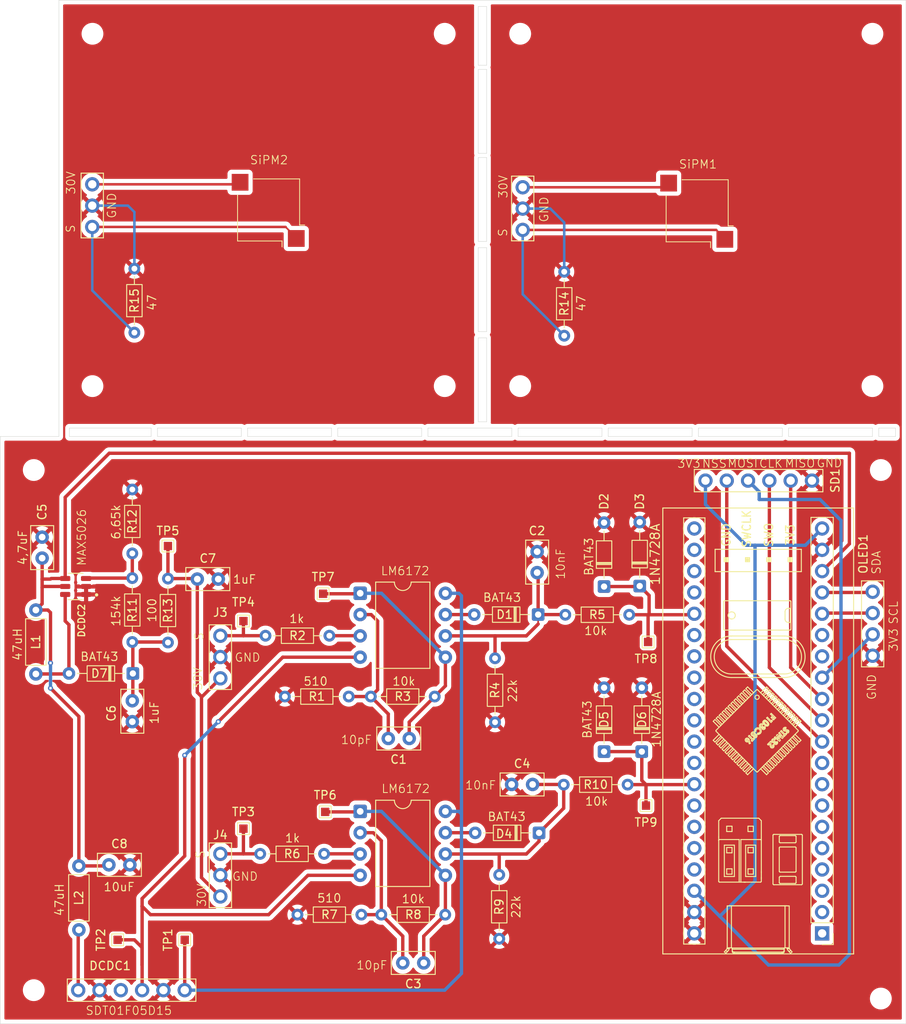
<source format=kicad_pcb>
(kicad_pcb (version 20241229) (generator "pcbnew") (generator_version "9.0")
  (layers (0 "F.Cu" signal) (2 "B.Cu" signal) (13 "F.Paste" user) (15 "B.Paste" user) (5 "F.SilkS" user "F.Silkscreen") (7 "B.SilkS" user "B.Silkscreen") (1 "F.Mask" user) (3 "B.Mask" user) (25 "Edge.Cuts" user))
  (net 0 "")
  (net 1 "Net-(D1-K)")
  (net 2 "Net-(D1-A)")
  (net 3 "GND")
  (net 4 "ADC1")
  (net 5 "Net-(D4-A)")
  (net 6 "Net-(D4-K)")
  (net 7 "ADC2")
  (net 8 "Net-(U1B-+)")
  (net 9 "Net-(U1A--)")
  (net 10 "Net-(U2A--)")
  (net 11 "Net-(U2B-+)")
  (net 12 "Net-(U1A-+)")
  (net 13 "+5V")
  (net 14 "Net-(U2A-+)")
  (net 15 "-15V")
  (net 16 "+15V")
  (net 17 "Net-(D7-A)")
  (net 18 "Net-(D7-K)")
  (net 19 "+30V")
  (net 20 "Net-(DCDC1-VCC)")
  (net 21 "Net-(J1-Pin_1)")
  (net 22 "Net-(J1-Pin_3)")
  (net 23 "Net-(J2-Pin_1)")
  (net 24 "Net-(J2-Pin_3)")
  (net 25 "Net-(J3-Pin_1)")
  (net 26 "Net-(J4-Pin_1)")
  (net 27 "+3V3")
  (net 28 "SDA")
  (net 29 "SCL")
  (net 30 "Net-(DCDC2-FB)")
  (net 31 "MOSI")
  (net 32 "NSS")
  (net 33 "CLK")
  (net 34 "MISO")
  (footprint "Custom:PinSocket_1x03_P2.54mm_Vertical_NoGND" (layer "F.Cu") (at 84.25 126.75)
    (property "Reference" "J3")
    (property "Value" "Conn_01x03_Socket" (hide yes))
  )
  (footprint "Capacitor_THT:C_Disc_D5.0mm_W2.5mm_P2.50mm" (layer "F.Cu") (at 81.5 120)
    (property "Reference" "C7")
    (property "Value" "1uF" (hide yes))
  )
  (footprint "MountingHole:MountingHole_2.1mm" (layer "F.Cu") (at 162 97)
    (property "Reference" "REF**" (hide yes))
    (property "Value" "MountingHole_2.1mm" (hide yes))
  )
  (footprint "Capacitor_THT:C_Disc_D5.0mm_W2.5mm_P2.50mm" (layer "F.Cu") (at 70.96 154.06)
    (property "Reference" "C8")
    (property "Value" "10 uF" (hide yes))
  )
  (footprint "MountingHole:MountingHole_2.1mm" (layer "F.Cu") (at 111 97)
    (property "Reference" "REF**" (hide yes))
    (property "Value" "MountingHole_2.1mm" (hide yes))
  )
  (footprint "Custom:MAX5026EU-T" (layer "F.Cu") (at 66.995 120.88 180)
    (property "Reference" "DCDC2")
    (property "Value" "MAX5026EUT_T" (hide yes))
  )
  (footprint "TestPoint:TestPoint_Pad_1.0x1.0mm" (layer "F.Cu") (at 72 163 90)
    (property "Reference" "TP2")
    (property "Value" "TestPoint" (hide yes))
  )
  (footprint "MountingHole:MountingHole_2.1mm" (layer "F.Cu") (at 162 55)
    (property "Reference" "REF**" (hide yes))
    (property "Value" "MountingHole_2.1mm" (hide yes))
  )
  (footprint "MountingHole:MountingHole_2.1mm" (layer "F.Cu") (at 120 97)
    (property "Reference" "REF**" (hide yes))
    (property "Value" "MountingHole_2.1mm" (hide yes))
  )
  (footprint "Capacitor_THT:C_Disc_D5.0mm_W2.5mm_P2.50mm" (layer "F.Cu") (at 73.75 134.5 -90)
    (property "Reference" "C6")
    (property "Value" "1 uF" (hide yes))
  )
  (footprint "Diode_THT:D_DO-34_SOD68_P7.62mm_Horizontal" (layer "F.Cu") (at 134.25 120.83 90)
    (property "Reference" "D3")
    (property "Value" "1N4728A" (hide yes))
  )
  (footprint "Resistor_THT:R_Axial_DIN0204_L3.6mm_D1.6mm_P7.62mm_Horizontal" (layer "F.Cu") (at 99.56 134 180)
    (property "Reference" "R1")
    (property "Value" "510" (hide yes))
  )
  (footprint "Resistor_THT:R_Axial_DIN0204_L3.6mm_D1.6mm_P7.62mm_Horizontal" (layer "F.Cu") (at 117 129.44 -90)
    (property "Reference" "R4")
    (property "Value" "20k" (hide yes))
  )
  (footprint "MountingHole:MountingHole_2.1mm" (layer "F.Cu") (at 111 55)
    (property "Reference" "REF**" (hide yes))
    (property "Value" "MountingHole_2.1mm" (hide yes))
  )
  (footprint "Capacitor_THT:C_Disc_D5.0mm_W2.5mm_P2.50mm" (layer "F.Cu") (at 104.271144 139)
    (property "Reference" "C1")
    (property "Value" "10pF" (hide yes))
  )
  (footprint "Custom:PinSocket_1x03_P2.54mm_Vertical_NoGND" (layer "F.Cu") (at 120.3 78.38 180)
    (property "Reference" "J1" (hide yes))
    (property "Value" "SiPM1 Connector" (hide yes))
  )
  (footprint "Resistor_THT:R_Axial_DIN0204_L3.6mm_D1.6mm_P7.62mm_Horizontal" (layer "F.Cu") (at 117.5 155.25 -90)
    (property "Reference" "R9")
    (property "Value" "20k" (hide yes))
  )
  (footprint "Diode_THT:D_DO-34_SOD68_P7.62mm_Horizontal" (layer "F.Cu") (at 122.14 124.23 180)
    (property "Reference" "D1")
    (property "Value" "BAT43" (hide yes))
  )
  (footprint "TestPoint:TestPoint_Pad_1.0x1.0mm" (layer "F.Cu") (at 87 149.75)
    (property "Reference" "TP3")
    (property "Value" "TestPoint" (hide yes))
  )
  (footprint "Capacitor_THT:C_Disc_D5.0mm_W2.5mm_P2.50mm" (layer "F.Cu") (at 121.478856 144.478856 180)
    (property "Reference" "C4")
    (property "Value" "10nF" (hide yes))
  )
  (footprint "TestPoint:TestPoint_Pad_1.0x1.0mm" (layer "F.Cu") (at 96.5 121.75)
    (property "Reference" "TP7")
    (property "Value" "TestPoint" (hide yes))
  )
  (footprint "MountingHole:MountingHole_2.1mm" (layer "F.Cu") (at 62 107)
    (property "Reference" "REF**" (hide yes))
    (property "Value" "MountingHole_2.1mm" (hide yes))
  )
  (footprint "Capacitor_THT:C_Disc_D5.0mm_W2.5mm_P2.50mm" (layer "F.Cu") (at 106 165.75)
    (property "Reference" "C3")
    (property "Value" "10pF" (hide yes))
  )
  (footprint "MountingHole:MountingHole_2.1mm" (layer "F.Cu") (at 163 170)
    (property "Reference" "REF**" (hide yes))
    (property "Value" "MountingHole_2.1mm" (hide yes))
  )
  (footprint "TestPoint:TestPoint_Pad_1.0x1.0mm" (layer "F.Cu") (at 80 163 90)
    (property "Reference" "TP1")
    (property "Value" "TestPoint" (hide yes))
  )
  (footprint "Custom:1x04 NoGND" (layer "F.Cu") (at 162.025 121.51274)
    (property "Reference" "OLED1")
    (property "Value" "SSH1106" (hide yes))
  )
  (footprint "TestPoint:TestPoint_Pad_1.0x1.0mm" (layer "F.Cu") (at 78 116.06 180)
    (property "Reference" "TP5")
    (property "Value" "TestPoint" (hide yes))
  )
  (footprint "Inductor_THT:L_Axial_L5.3mm_D2.2mm_P7.62mm_Horizontal_Vishay_IM-1" (layer "F.Cu") (at 67.38 161.81 90)
    (property "Reference" "L2")
    (property "Value" "47 uH" (hide yes))
  )
  (footprint "TestPoint:TestPoint_Pad_1.0x1.0mm" (layer "F.Cu") (at 135.25 127.5)
    (property "Reference" "TP8")
    (property "Value" "TestPoint" (hide yes))
  )
  (footprint "TestPoint:TestPoint_Pad_1.0x1.0mm" (layer "F.Cu") (at 87 125)
    (property "Reference" "TP4")
    (property "Value" "TestPoint" (hide yes))
  )
  (footprint "MountingHole:MountingHole_2.1mm" (layer "F.Cu") (at 163 107)
    (property "Reference" "REF**" (hide yes))
    (property "Value" "MountingHole_2.1mm" (hide yes))
  )
  (footprint "Package_DIP:DIP-8_W10.16mm" (layer "F.Cu") (at 100.92 121.69)
    (property "Reference" "U1" (hide yes))
    (property "Value" "LM6172" (hide yes))
  )
  (footprint "Resistor_THT:R_Axial_DIN0204_L3.6mm_D1.6mm_P7.62mm_Horizontal" (layer "F.Cu") (at 74 90.62 90)
    (property "Reference" "R15")
    (property "Value" "50" (hide yes))
  )
  (footprint "Custom:BluePill" (layer "F.Cu") (at 156 162.23224 180)
    (property "Reference" "U3" (hide yes))
    (property "Value" "YAAJ_BluePill" (hide yes))
  )
  (footprint "Diode_THT:D_DO-34_SOD68_P7.62mm_Horizontal" (layer "F.Cu") (at 130 120.89 90)
    (property "Reference" "D2")
    (property "Value" "BAT43" (hide yes))
  )
  (footprint "Custom:SiPM3" (layer "F.Cu") (at 79.9 87)
    (property "Reference" "SiPM2")
    (property "Value" "MicroFC-60035-SMT")
  )
  (footprint "Diode_THT:D_DO-34_SOD68_P7.62mm_Horizontal" (layer "F.Cu") (at 130 140.565 90)
    (property "Reference" "D5")
    (property "Value" "BAT43" (hide yes))
  )
  (footprint "Resistor_THT:R_Axial_DIN0204_L3.6mm_D1.6mm_P7.62mm_Horizontal" (layer "F.Cu") (at 102.19 134)
    (property "Reference" "R3")
    (property "Value" "10k" (hide yes))
  )
  (footprint "Package_DIP:DIP-8_W10.16mm" (layer "F.Cu") (at 100.92 147.69)
    (property "Reference" "U2" (hide yes))
    (property "Value" "LM6172" (hide yes))
  )
  (footprint "Custom:1x6 NoGND" (layer "F.Cu") (at 154.79 108.26274 -90)
    (property "Reference" "SD1")
    (property "Value" "SDBrOut" (hide yes))
  )
  (footprint "Resistor_THT:R_Axial_DIN0204_L3.6mm_D1.6mm_P7.62mm_Horizontal" (layer "F.Cu") (at 89 152.75)
    (property "Reference" "R6")
    (property "Value" "1k" (hide yes))
  )
  (footprint "Resistor_THT:R_Axial_DIN0204_L3.6mm_D1.6mm_P7.62mm_Horizontal" (layer "F.Cu") (at 125.25 90.99 90)
    (property "Reference" "R14")
    (property "Value" "50" (hide yes))
  )
  (footprint "Resistor_THT:R_Axial_DIN0204_L3.6mm_D1.6mm_P7.62mm_Horizontal" (layer "F.Cu") (at 73.75 127.5 90)
    (property "Reference" "R11")
    (property "Value" "154k" (hide yes))
  )
  (footprint "MountingHole:MountingHole_2.1mm" (layer "F.Cu") (at 62 169)
    (property "Reference" "REF**" (hide yes))
    (property "Value" "MountingHole_2.1mm" (hide yes))
  )
  (footprint "TestPoint:TestPoint_Pad_1.0x1.0mm" (layer "F.Cu") (at 135 147)
    (property "Reference" "TP9")
    (property "Value" "TestPoint" (hide yes))
  )
  (footprint "Custom:PinSocket_1x03_P2.54mm_Vertical_NoGND" (layer "F.Cu") (at 68.975 78.025 180)
    (property "Reference" "J2" (hide yes))
    (property "Value" "SiPM2 Connector" (hide yes))
  )
  (footprint "TestPoint:TestPoint_Pad_1.0x1.0mm" (layer "F.Cu") (at 96.75 147.75)
    (property "Reference" "TP6")
    (property "Value" "TestPoint" (hide yes))
  )
  (footprint "Custom:SiPM3" (layer "F.Cu") (at 131 87.1)
    (property "Reference" "SiPM1")
    (property "Value" "MicroFC-60035-SMT")
  )
  (footprint "Diode_THT:D_DO-34_SOD68_P7.62mm_Horizontal" (layer "F.Cu") (at 73.815 131.25 180)
    (property "Reference" "D7")
    (property "Value" "BAT43" (hide yes))
  )
  (footprint "Diode_THT:D_DO-34_SOD68_P7.62mm_Horizontal" (layer "F.Cu") (at 134.5 140.565 90)
    (property "Reference" "D6")
    (property "Value" "1N4728A" (hide yes))
  )
  (footprint "Custom:PinSocket_1x03_P2.54mm_Vertical_NoGND" (layer "F.Cu") (at 84.25 152.75)
    (property "Reference" "J4")
    (property "Value" "Conn_01x03_Socket" (hide yes))
  )
  (footprint "Diode_THT:D_DO-34_SOD68_P7.62mm_Horizontal" (layer "F.Cu") (at 122.25 150.25 180)
    (property "Reference" "D4")
    (property "Value" "BAT43" (hide yes))
  )
  (footprint "MountingHole:MountingHole_2.1mm" (layer "F.Cu") (at 69 97)
    (property "Reference" "REF**" (hide yes))
    (property "Value" "MountingHole_2.1mm" (hide yes))
  )
  (footprint "Resistor_THT:R_Axial_DIN0204_L3.6mm_D1.6mm_P7.62mm_Horizontal" (layer "F.Cu") (at 125.19 144.5)
    (property "Reference" "R10")
    (property "Value" "10k" (hide yes))
  )
  (footprint "Capacitor_THT:C_Disc_D5.0mm_W2.5mm_P2.50mm" (layer "F.Cu") (at 63 117.5 90)
    (property "Reference" "C5")
    (property "Value" "4,7 uF" (hide yes))
  )
  (footprint "Inductor_THT:L_Axial_L5.3mm_D2.2mm_P7.62mm_Horizontal_Vishay_IM-1" (layer "F.Cu") (at 62.25 123.69 -90)
    (property "Reference" "L1")
    (property "Value" "47uH" (hide yes))
  )
  (footprint "Resistor_THT:R_Axial_DIN0204_L3.6mm_D1.6mm_P7.62mm_Horizontal" (layer "F.Cu") (at 125.38 124.25)
    (property "Reference" "R5")
    (property "Value" "10k" (hide yes))
  )
  (footprint "Resistor_THT:R_Axial_DIN0204_L3.6mm_D1.6mm_P7.62mm_Horizontal" (layer "F.Cu") (at 78 119.94 -90)
    (property "Reference" "R13")
    (property "Value" "100" (hide yes))
  )
  (footprint "Capacitor_THT:C_Disc_D5.0mm_W2.5mm_P2.50mm" (layer "F.Cu") (at 122.021144 119.228856 90)
    (property "Reference" "C2")
    (property "Value" "10nF" (hide yes))
  )
  (footprint "Custom:1x6 NoGND" (layer "F.Cu") (at 67.3 169 90)
    (property "Reference" "DCDC1")
    (property "Value" "SDT01F05D15" (hide yes))
  )
  (footprint "MountingHole:MountingHole_2.1mm" (layer "F.Cu") (at 69 55)
    (property "Reference" "REF**" (hide yes))
    (property "Value" "MountingHole_2.1mm" (hide yes))
  )
  (footprint "Resistor_THT:R_Axial_DIN0204_L3.6mm_D1.6mm_P7.62mm_Horizontal" (layer "F.Cu") (at 89.63 126.75)
    (property "Reference" "R2")
    (property "Value" "1k" (hide yes))
  )
  (footprint "Resistor_THT:R_Axial_DIN0204_L3.6mm_D1.6mm_P7.62mm_Horizontal" (layer "F.Cu") (at 101.06 160 180)
    (property "Reference" "R7")
    (property "Value" "510" (hide yes))
  )
  (footprint "Resistor_THT:R_Axial_DIN0204_L3.6mm_D1.6mm_P7.62mm_Horizontal" (layer "F.Cu") (at 73.75 116.94 90)
    (property "Reference" "R12")
    (property "Value" "6,65k" (hide yes))
  )
  (footprint "Resistor_THT:R_Axial_DIN0204_L3.6mm_D1.6mm_P7.62mm_Horizontal" (layer "F.Cu") (at 103.44 160)
    (property "Reference" "R8")
    (property "Value" "10k" (hide yes))
  )
  (footprint "MountingHole:MountingHole_2.1mm" (layer "F.Cu") (at 120 55)
    (property "Reference" "REF**" (hide yes))
    (property "Value" "MountingHole_2.1mm" (hide yes))
  )
  (gr_line (start 162.75 102) (end 164.75 102) (stroke (width 0.05)) (layer "Edge.Cuts"))
  (gr_line (start 116 90.5) (end 116 80.5) (stroke (width 0.05)) (layer "Edge.Cuts"))
  (gr_line (start 116 69.25) (end 116 59.25) (stroke (width 0.05)) (layer "Edge.Cuts"))
  (gr_line (start 130.5 102) (end 140.5 102) (stroke (width 0.05)) (layer "Edge.Cuts"))
  (gr_line (start 66.25 102) (end 66.25 103) (stroke (width 0.05)) (layer "Edge.Cuts"))
  (gr_line (start 76.75 102) (end 76.75 103) (stroke (width 0.05)) (layer "Edge.Cuts"))
  (gr_line (start 116 58.75) (end 116 51.75) (stroke (width 0.05)) (layer "Edge.Cuts"))
  (gr_line (start 87.5 103) (end 97.5 103) (stroke (width 0.05)) (layer "Edge.Cuts"))
  (gr_line (start 162.75 103) (end 164.75 103) (stroke (width 0.05)) (layer "Edge.Cuts"))
  (gr_line (start 108.25 103) (end 108.25 102) (stroke (width 0.05)) (layer "Edge.Cuts"))
  (gr_line (start 151.25 103) (end 151.25 102) (stroke (width 0.05)) (layer "Edge.Cuts"))
  (gr_line (start 115 58.75) (end 116 58.75) (stroke (width 0.05)) (layer "Edge.Cuts"))
  (gr_line (start 141.25 102) (end 151.25 102) (stroke (width 0.05)) (layer "Edge.Cuts"))
  (gr_line (start 152 102) (end 162 102) (stroke (width 0.05)) (layer "Edge.Cuts"))
  (gr_line (start 109 102) (end 119 102) (stroke (width 0.05)) (layer "Edge.Cuts"))
  (gr_line (start 166 51) (end 166 103) (stroke (width 0.05)) (layer "Edge.Cuts"))
  (gr_line (start 65 103) (end 65 51) (stroke (width 0.05)) (layer "Edge.Cuts"))
  (gr_line (start 115 69.25) (end 116 69.25) (stroke (width 0.05)) (layer "Edge.Cuts"))
  (gr_line (start 76.75 103) (end 86.75 103) (stroke (width 0.05)) (layer "Edge.Cuts"))
  (gr_line (start 116 79.75) (end 116 69.75) (stroke (width 0.05)) (layer "Edge.Cuts"))
  (gr_line (start 129.75 103) (end 129.75 102) (stroke (width 0.05)) (layer "Edge.Cuts"))
  (gr_line (start 130.5 102) (end 130.5 103) (stroke (width 0.05)) (layer "Edge.Cuts"))
  (gr_line (start 119.75 103) (end 129.75 103) (stroke (width 0.05)) (layer "Edge.Cuts"))
  (gr_line (start 66.25 103) (end 76 103) (stroke (width 0.05)) (layer "Edge.Cuts"))
  (gr_line (start 166 173) (end 166 103) (stroke (width 0.05)) (layer "Edge.Cuts"))
  (gr_line (start 140.5 103) (end 140.5 102) (stroke (width 0.05)) (layer "Edge.Cuts"))
  (gr_line (start 162.75 102) (end 162.75 103) (stroke (width 0.05)) (layer "Edge.Cuts"))
  (gr_line (start 115 79.75) (end 115 69.75) (stroke (width 0.05)) (layer "Edge.Cuts"))
  (gr_line (start 116 91.25) (end 116 101.25) (stroke (width 0.05)) (layer "Edge.Cuts"))
  (gr_line (start 76.75 102) (end 86.75 102) (stroke (width 0.05)) (layer "Edge.Cuts"))
  (gr_line (start 109 103) (end 119 103) (stroke (width 0.05)) (layer "Edge.Cuts"))
  (gr_line (start 152 103) (end 162 103) (stroke (width 0.05)) (layer "Edge.Cuts"))
  (gr_line (start 130.5 103) (end 140.5 103) (stroke (width 0.05)) (layer "Edge.Cuts"))
  (gr_line (start 109 102) (end 109 103) (stroke (width 0.05)) (layer "Edge.Cuts"))
  (gr_line (start 116 91.25) (end 115 91.25) (stroke (width 0.05)) (layer "Edge.Cuts"))
  (gr_line (start 115 101.25) (end 116 101.25) (stroke (width 0.05)) (layer "Edge.Cuts"))
  (gr_line (start 164.75 103) (end 164.75 102) (stroke (width 0.05)) (layer "Edge.Cuts"))
  (gr_line (start 97.5 103) (end 97.5 102) (stroke (width 0.05)) (layer "Edge.Cuts"))
  (gr_line (start 162 103) (end 162 102) (stroke (width 0.05)) (layer "Edge.Cuts"))
  (gr_line (start 119.75 102) (end 129.75 102) (stroke (width 0.05)) (layer "Edge.Cuts"))
  (gr_line (start 116 51.75) (end 115 51.75) (stroke (width 0.05)) (layer "Edge.Cuts"))
  (gr_line (start 58 103) (end 58 173) (stroke (width 0.05)) (layer "Edge.Cuts"))
  (gr_line (start 86.75 103) (end 86.75 102) (stroke (width 0.05)) (layer "Edge.Cuts"))
  (gr_line (start 141.25 102) (end 141.25 103) (stroke (width 0.05)) (layer "Edge.Cuts"))
  (gr_line (start 65 51) (end 166 51) (stroke (width 0.05)) (layer "Edge.Cuts"))
  (gr_line (start 115 79.75) (end 116 79.75) (stroke (width 0.05)) (layer "Edge.Cuts"))
  (gr_line (start 58 103) (end 65 103) (stroke (width 0.05)) (layer "Edge.Cuts"))
  (gr_line (start 116 59.25) (end 115 59.25) (stroke (width 0.05)) (layer "Edge.Cuts"))
  (gr_line (start 115 90.5) (end 116 90.5) (stroke (width 0.05)) (layer "Edge.Cuts"))
  (gr_line (start 115 58.75) (end 115 51.75) (stroke (width 0.05)) (layer "Edge.Cuts"))
  (gr_line (start 98.25 102) (end 98.25 103) (stroke (width 0.05)) (layer "Edge.Cuts"))
  (gr_line (start 115 91.25) (end 115 101.25) (stroke (width 0.05)) (layer "Edge.Cuts"))
  (gr_line (start 98.25 102) (end 108.25 102) (stroke (width 0.05)) (layer "Edge.Cuts"))
  (gr_line (start 119.75 102) (end 119.75 103) (stroke (width 0.05)) (layer "Edge.Cuts"))
  (gr_line (start 87.5 102) (end 87.5 103) (stroke (width 0.05)) (layer "Edge.Cuts"))
  (gr_line (start 58 173) (end 166 173) (stroke (width 0.05)) (layer "Edge.Cuts"))
  (gr_line (start 87.5 102) (end 97.5 102) (stroke (width 0.05)) (layer "Edge.Cuts"))
  (gr_line (start 116 69.75) (end 115 69.75) (stroke (width 0.05)) (layer "Edge.Cuts"))
  (gr_line (start 76 103) (end 76 102) (stroke (width 0.05)) (layer "Edge.Cuts"))
  (gr_line (start 141.25 103) (end 151.25 103) (stroke (width 0.05)) (layer "Edge.Cuts"))
  (gr_line (start 66.25 102) (end 76 102) (stroke (width 0.05)) (layer "Edge.Cuts"))
  (gr_line (start 152 102) (end 152 103) (stroke (width 0.05)) (layer "Edge.Cuts"))
  (gr_line (start 119 103) (end 119 102) (stroke (width 0.05)) (layer "Edge.Cuts"))
  (gr_line (start 98.25 103) (end 108.25 103) (stroke (width 0.05)) (layer "Edge.Cuts"))
  (gr_line (start 116 80.5) (end 115 80.5) (stroke (width 0.05)) (layer "Edge.Cuts"))
  (gr_line (start 115 69.25) (end 115 59.25) (stroke (width 0.05)) (layer "Edge.Cuts"))
  (gr_line (start 115 90.5) (end 115 80.5) (stroke (width 0.05)) (layer "Edge.Cuts"))
  (gr_text "154k" (at 71.81 123.81 90) (layer "F.SilkS") (effects (font (size 1 1))))
  (gr_text "100" (at 76.1 123.71 90) (layer "F.SilkS") (effects (font (size 1 1))))
  (gr_text "1uF" (at 87.13 120.03 0) (layer "F.SilkS") (effects (font (size 1 1))))
  (gr_text "SDA" (at 163.05 119.5 90) (layer "F.SilkS") (effects (font (size 1 1) (thickness 0.1)) (justify left bottom)))
  (gr_text "GND" (at 155.28 106.75 0) (layer "F.SilkS") (effects (font (size 1 1) (thickness 0.1)) (justify left bottom)))
  (gr_text "1k" (at 93.36 124.73 0) (layer "F.SilkS") (effects (font (size 1 1))))
  (gr_text "3V3" (at 138.67 106.81 0) (layer "F.SilkS") (effects (font (size 1 1) (thickness 0.1)) (justify left bottom)))
  (gr_text "10uF" (at 72.18 156.7 0) (layer "F.SilkS") (effects (font (size 1 1))))
  (gr_text "10nF" (at 125.4 120.09 90) (layer "F.SilkS") (effects (font (size 1 1) (thickness 0.1)) (justify left bottom)))
  (gr_text "10pF" (at 98.57 139.74 0) (layer "F.SilkS") (effects (font (size 1 1) (thickness 0.1)) (justify left bottom)))
  (gr_text "47uH" (at 60.07 127.79 90) (layer "F.SilkS") (effects (font (size 1 1))))
  (gr_text "BAT43" (at 117.84 122.2 0) (layer "F.SilkS") (effects (font (size 1 1))))
  (gr_text "1k" (at 92.85 150.88 0) (layer "F.SilkS") (effects (font (size 1 1))))
  (gr_text "10k" (at 129.11 146.49 0) (layer "F.SilkS") (effects (font (size 1 1))))
  (gr_text "LM6172" (at 103.33 119.61 0) (layer "F.SilkS") (effects (font (size 1 1) (thickness 0.1)) (justify left bottom)))
  (gr_text "BAT43" (at 118.39 148.32 0) (layer "F.SilkS") (effects (font (size 1 1))))
  (gr_text "GND" (at 123.43 77.53 90) (layer "F.SilkS") (effects (font (size 1 1) (thickness 0.1)) (justify left bottom)))
  (gr_text "3V3" (at 165.1 128.7 90) (layer "F.SilkS") (effects (font (size 1 1) (thickness 0.1)) (justify left bottom)))
  (gr_text "NSS" (at 141.62 106.81 0) (layer "F.SilkS") (effects (font (size 1 1) (thickness 0.1)) (justify left bottom)))
  (gr_text "510" (at 97.24 158.03 0) (layer "F.SilkS") (effects (font (size 1 1))))
  (gr_text "GND" (at 162.5 134.45 90) (layer "F.SilkS") (effects (font (size 1 1) (thickness 0.1)) (justify left bottom)))
  (gr_text "CLK" (at 148.425 106.8 0) (layer "F.SilkS") (effects (font (size 1 1) (thickness 0.1)) (justify left bottom)))
  (gr_text "BAT43" (at 128 136.74 90) (layer "F.SilkS") (effects (font (size 1 1))))
  (gr_text "LM6172" (at 103.4 145.57 0) (layer "F.SilkS") (effects (font (size 1 1) (thickness 0.1)) (justify left bottom)))
  (gr_text "10k" (at 129.01 126.16 0) (layer "F.SilkS") (effects (font (size 1 1))))
  (gr_text "47" (at 127.27 87.14 90) (layer "F.SilkS") (effects (font (size 1 1))))
  (gr_text "10nF" (at 113.38 145.16 0) (layer "F.SilkS") (effects (font (size 1 1) (thickness 0.1)) (justify left bottom)))
  (gr_text "1uF" (at 76.38 135.92 90) (layer "F.SilkS") (effects (font (size 1 1))))
  (gr_text "22k" (at 119.51 159.05 90) (layer "F.SilkS") (effects (font (size 1 1))))
  (gr_text "BAT43" (at 128.2 117.33 90) (layer "F.SilkS") (effects (font (size 1 1))))
  (gr_text "SCL" (at 165.1 125.45 90) (layer "F.SilkS") (effects (font (size 1 1) (thickness 0.1)) (justify left bottom)))
  (gr_text "510" (at 95.61 132.19 0) (layer "F.SilkS") (effects (font (size 1 1))))
  (gr_text "BAT43" (at 69.83 129.25 0) (layer "F.SilkS") (effects (font (size 1 1))))
  (gr_text "10pF" (at 100.41 166.61 0) (layer "F.SilkS") (effects (font (size 1 1) (thickness 0.1)) (justify left bottom)))
  (gr_text "30V" (at 82.16 133.32 90) (layer "F.SilkS") (effects (font (size 1 1) (thickness 0.1)) (justify left bottom)))
  (gr_text "GND" (at 71.89 77.07 90) (layer "F.SilkS") (effects (font (size 1 1) (thickness 0.1)) (justify left bottom)))
  (gr_text "S" (at 66.98 78.78 90) (layer "F.SilkS") (effects (font (size 1 1) (thickness 0.1)) (justify left bottom)))
  (gr_text "MOSI" (at 144.65 106.77 0) (layer "F.SilkS") (effects (font (size 1 1) (thickness 0.1)) (justify left bottom)))
  (gr_text "MAX5026" (at 68.3 118.48 90) (layer "F.SilkS") (effects (font (size 1 1) (thickness 0.1)) (justify left bottom)))
  (gr_text "1N4728A" (at 136.09 117.05 90) (layer "F.SilkS") (effects (font (size 1.1 1.1))))
  (gr_text "SDT01F05D15" (at 68.13 172.02 0) (layer "F.SilkS") (effects (font (size 1 1) (thickness 0.1)) (justify left bottom)))
  (gr_text "22k" (at 119.1 133.31 90) (layer "F.SilkS") (effects (font (size 1 1))))
  (gr_text "S" (at 118.52 79.24 90) (layer "F.SilkS") (effects (font (size 1 1) (thickness 0.1)) (justify left bottom)))
  (gr_text "MISO" (at 151.48 106.77 0) (layer "F.SilkS") (effects (font (size 1 1) (thickness 0.1)) (justify left bottom)))
  (gr_text "S" (at 82.3 127.36 90) (layer "F.SilkS") (effects (font (size 1 1) (thickness 0.1)) (justify left bottom)))
  (gr_text "1N4728A" (at 136.25 136.73 90) (layer "F.SilkS") (effects (font (size 1 1))))
  (gr_text "10k" (at 107.25 158.13 0) (layer "F.SilkS") (effects (font (size 1 1))))
  (gr_text "S" (at 82.45 153.37 90) (layer "F.SilkS") (effects (font (size 1 1) (thickness 0.1)) (justify left bottom)))
  (gr_text "30V" (at 118.56 74.68 90) (layer "F.SilkS") (effects (font (size 1 1) (thickness 0.1)) (justify left bottom)))
  (gr_text "30V" (at 67.02 74.22 90) (layer "F.SilkS") (effects (font (size 1 1) (thickness 0.1)) (justify left bottom)))
  (gr_text "GND" (at 85.61 156.03 0) (layer "F.SilkS") (effects (font (size 1 1) (thickness 0.1)) (justify left bottom)))
  (gr_text "4,7uF" (at 60.68 116.25 90) (layer "F.SilkS") (effects (font (size 1 1))))
  (gr_text "10k" (at 106.13 132.19 0) (layer "F.SilkS") (effects (font (size 1 1))))
  (gr_text "GND" (at 85.9 129.93 0) (layer "F.SilkS") (effects (font (size 1 1) (thickness 0.1)) (justify left bottom)))
  (gr_text "47uH" (at 65.07 158.23 90) (layer "F.SilkS") (effects (font (size 1 1))))
  (gr_text "6,65k" (at 71.81 113.19 90) (layer "F.SilkS") (effects (font (size 1 1))))
  (gr_text "47" (at 76.1 87.04 90) (layer "F.SilkS") (effects (font (size 1 1))))
  (gr_text "30V" (at 82.61 159.13 90) (layer "F.SilkS") (effects (font (size 1 1) (thickness 0.1)) (justify left bottom)))
  (segment (start 122.14 124.23) (end 122.14 119.347712) (width 0.4) (layer "F.Cu") (net 1))
  (segment (start 122.14 124.23) (end 122.14 125.36) (width 0.2) (layer "F.Cu") (net 1))
  (segment (start 120.73 126.77) (end 117 126.77) (width 0.4) (layer "F.Cu") (net 1))
  (segment (start 122.14 125.36) (end 120.73 126.77) (width 0.4) (layer "F.Cu") (net 1))
  (segment (start 122.14 119.347712) (end 122.021144 119.228856) (width 0.2) (layer "F.Cu") (net 1))
  (segment (start 122.14 124.23) (end 125.36 124.23) (width 0.4) (layer "F.Cu") (net 1))
  (segment (start 117 126.77) (end 111.08 126.77) (width 0.4) (layer "F.Cu") (net 1))
  (segment (start 125.36 124.23) (end 125.38 124.25) (width 0.2) (layer "F.Cu") (net 1))
  (segment (start 117 129.44) (end 117 126.77) (width 0.4) (layer "F.Cu") (net 1))
  (segment (start 111.08 124.23) (end 114.52 124.23) (width 0.4) (layer "F.Cu") (net 2))
  (segment (start 125.25 77.5) (end 125.25 83.37) (width 0.3) (layer "B.Cu") (net 3))
  (segment (start 123.59 75.84) (end 125.25 77.5) (width 0.3) (layer "B.Cu") (net 3))
  (segment (start 73.235 75.485) (end 74 76.25) (width 0.3) (layer "B.Cu") (net 3))
  (segment (start 68.975 75.485) (end 73.235 75.485) (width 0.3) (layer "B.Cu") (net 3))
  (segment (start 74 76.25) (end 74 83) (width 0.3) (layer "B.Cu") (net 3))
  (segment (start 120.3 75.84) (end 123.59 75.84) (width 0.3) (layer "B.Cu") (net 3))
  (segment (start 135.37 124.25) (end 140.64224 124.25) (width 0.4) (layer "F.Cu") (net 4))
  (segment (start 140.64224 124.25) (end 140.76 124.13224) (width 0.2) (layer "F.Cu") (net 4))
  (segment (start 135.25 127.5) (end 135.25 124.37) (width 0.4) (layer "F.Cu") (net 4))
  (segment (start 135.37 121.95) (end 134.25 120.83) (width 0.4) (layer "F.Cu") (net 4))
  (segment (start 134.19 120.89) (end 134.25 120.83) (width 0.2) (layer "F.Cu") (net 4))
  (segment (start 135.25 124.37) (end 135.31 124.31) (width 0.2) (layer "F.Cu") (net 4))
  (segment (start 135.37 124.25) (end 135.37 121.95) (width 0.4) (layer "F.Cu") (net 4))
  (segment (start 135.25 124.25) (end 135.31 124.31) (width 0.2) (layer "F.Cu") (net 4))
  (segment (start 130 120.89) (end 134.19 120.89) (width 0.4) (layer "F.Cu") (net 4))
  (segment (start 135.31 124.31) (end 135.37 124.25) (width 0.2) (layer "F.Cu") (net 4))
  (segment (start 133 124.25) (end 135.25 124.25) (width 0.4) (layer "F.Cu") (net 4))
  (segment (start 114.61 150.23) (end 114.63 150.25) (width 0.2) (layer "F.Cu") (net 5))
  (segment (start 111.08 150.23) (end 114.61 150.23) (width 0.4) (layer "F.Cu") (net 5))
  (segment (start 117.5 155.25) (end 117.5 152.77) (width 0.4) (layer "F.Cu") (net 6))
  (segment (start 111.08 152.77) (end 117.5 152.77) (width 0.4) (layer "F.Cu") (net 6))
  (segment (start 121.478856 144.478856) (end 125.168856 144.478856) (width 0.4) (layer "F.Cu") (net 6))
  (segment (start 125.19 144.5) (end 125.19 147.31) (width 0.4) (layer "F.Cu") (net 6))
  (segment (start 125.19 147.31) (end 122.25 150.25) (width 0.4) (layer "F.Cu") (net 6))
  (segment (start 122.25 151.25) (end 122.25 150.25) (width 0.4) (layer "F.Cu") (net 6))
  (segment (start 117.5 152.77) (end 120.73 152.77) (width 0.4) (layer "F.Cu") (net 6))
  (segment (start 125.168856 144.478856) (end 125.19 144.5) (width 0.2) (layer "F.Cu") (net 6))
  (segment (start 120.73 152.77) (end 122.25 151.25) (width 0.4) (layer "F.Cu") (net 6))
  (segment (start 135 147) (end 135 144.5) (width 0.4) (layer "F.Cu") (net 7))
  (segment (start 134.5 140.565) (end 134.5 144) (width 0.4) (layer "F.Cu") (net 7))
  (segment (start 130 140.565) (end 134.5 140.565) (width 0.4) (layer "F.Cu") (net 7))
  (segment (start 135 144.5) (end 140.71224 144.5) (width 0.4) (layer "F.Cu") (net 7))
  (segment (start 132.81 144.5) (end 135 144.5) (width 0.4) (layer "F.Cu") (net 7))
  (segment (start 134.5 144) (end 135 144.5) (width 0.4) (layer "F.Cu") (net 7))
  (segment (start 140.71224 144.5) (end 140.76 144.45224) (width 0.2) (layer "F.Cu") (net 7))
  (segment (start 100.86 121.75) (end 100.92 121.69) (width 0.2) (layer "F.Cu") (net 8))
  (segment (start 106.771144 139) (end 106.771144 137.038856) (width 0.4) (layer "F.Cu") (net 8))
  (segment (start 96.5 121.75) (end 100.86 121.75) (width 0.4) (layer "F.Cu") (net 8))
  (segment (start 111.08 132.73) (end 109.81 134) (width 0.4) (layer "F.Cu") (net 8))
  (segment (start 111.08 129.31) (end 111.08 132.73) (width 0.4) (layer "F.Cu") (net 8))
  (segment (start 106.771144 137.038856) (end 109.81 134) (width 0.4) (layer "F.Cu") (net 8))
  (segment (start 100.92 121.69) (end 103.46 121.69) (width 0.4) (layer "B.Cu") (net 8))
  (segment (start 103.46 121.69) (end 111.08 129.31) (width 0.4) (layer "B.Cu") (net 8))
  (segment (start 104.271144 139) (end 104.271144 136.081144) (width 0.4) (layer "F.Cu") (net 9))
  (segment (start 104.271144 136.081144) (end 102.19 134) (width 0.4) (layer "F.Cu") (net 9))
  (segment (start 100.92 124.23) (end 102.23 124.23) (width 0.4) (layer "F.Cu") (net 9))
  (segment (start 103 133.19) (end 102.19 134) (width 0.4) (layer "F.Cu") (net 9))
  (segment (start 103 125) (end 103 133.19) (width 0.4) (layer "F.Cu") (net 9))
  (segment (start 102.23 124.23) (end 103 125) (width 0.4) (layer "F.Cu") (net 9))
  (segment (start 99.56 134) (end 102.19 134) (width 0.4) (layer "F.Cu") (net 9))
  (segment (start 102.48 150.23) (end 103.44 151.19) (width 0.4) (layer "F.Cu") (net 10))
  (segment (start 103.44 151.19) (end 103.44 160) (width 0.4) (layer "F.Cu") (net 10))
  (segment (start 100.92 150.23) (end 102.48 150.23) (width 0.4) (layer "F.Cu") (net 10))
  (segment (start 106 162.56) (end 103.44 160) (width 0.4) (layer "F.Cu") (net 10))
  (segment (start 101.06 160) (end 103.44 160) (width 0.4) (layer "F.Cu") (net 10))
  (segment (start 106 165.75) (end 106 162.56) (width 0.4) (layer "F.Cu") (net 10))
  (segment (start 108.5 165.75) (end 108.5 162.56) (width 0.4) (layer "F.Cu") (net 11))
  (segment (start 108.5 162.56) (end 111.06 160) (width 0.4) (layer "F.Cu") (net 11))
  (segment (start 100.86 147.75) (end 100.92 147.69) (width 0.2) (layer "F.Cu") (net 11))
  (segment (start 96.75 147.75) (end 100.86 147.75) (width 0.4) (layer "F.Cu") (net 11))
  (segment (start 111.08 155.31) (end 111.08 159.98) (width 0.4) (layer "F.Cu") (net 11))
  (segment (start 111.08 159.98) (end 111.06 160) (width 0.2) (layer "F.Cu") (net 11))
  (segment (start 100.92 147.69) (end 103.46 147.69) (width 0.4) (layer "B.Cu") (net 11))
  (segment (start 103.46 147.69) (end 111.08 155.31) (width 0.4) (layer "B.Cu") (net 11))
  (segment (start 100.9 126.75) (end 100.92 126.77) (width 0.2) (layer "F.Cu") (net 12))
  (segment (start 97.25 126.75) (end 100.9 126.75) (width 0.4) (layer "F.Cu") (net 12))
  (segment (start 67.38 136.38) (end 67.38 154.19) (width 0.4) (layer "F.Cu") (net 13))
  (segment (start 64 133) (end 67.38 136.38) (width 0.4) (layer "F.Cu") (net 13))
  (segment (start 63 120) (end 64 120) (width 0.4) (layer "F.Cu") (net 13))
  (segment (start 64 120) (end 64.07 119.93) (width 0.2) (layer "F.Cu") (net 13))
  (segment (start 63 122.94) (end 62.25 123.69) (width 0.4) (layer "F.Cu") (net 13))
  (segment (start 156 119.05224) (end 159.25 115.80224) (width 0.4) (layer "F.Cu") (net 13))
  (segment (start 64 124) (end 64 130) (width 0.4) (layer "F.Cu") (net 13))
  (segment (start 71 105) (end 65.75 110.25) (width 0.4) (layer "F.Cu") (net 13))
  (segment (start 63 121) (end 63.12 120.88) (width 0.2) (layer "F.Cu") (net 13))
  (segment (start 64.07 119.93) (end 65.75 119.93) (width 0.4) (layer "F.Cu") (net 13))
  (segment (start 67.38 154.19) (end 70.83 154.19) (width 0.4) (layer "F.Cu") (net 13))
  (segment (start 63 120) (end 63 121) (width 0.4) (layer "F.Cu") (net 13))
  (segment (start 63.12 120.88) (end 65.75 120.88) (width 0.4) (layer "F.Cu") (net 13))
  (segment (start 63 117.5) (end 63 120) (width 0.4) (layer "F.Cu") (net 13))
  (segment (start 65.75 110.25) (end 65.75 119.93) (width 0.4) (layer "F.Cu") (net 13))
  (segment (start 159.25 105) (end 71 105) (width 0.4) (layer "F.Cu") (net 13))
  (segment (start 63.69 123.69) (end 64 124) (width 0.4) (layer "F.Cu") (net 13))
  (segment (start 62.25 123.69) (end 63.69 123.69) (width 0.4) (layer "F.Cu") (net 13))
  (segment (start 159.25 115.80224) (end 159.25 105) (width 0.4) (layer "F.Cu") (net 13))
  (segment (start 63 121) (end 63 122.94) (width 0.4) (layer "F.Cu") (net 13))
  (segment (start 70.83 154.19) (end 70.96 154.06) (width 0.2) (layer "F.Cu") (net 13))
  (via (at 64 133) (size 0.6) (drill 0.3) (layers "F.Cu" "B.Cu") (net 13))
  (via (at 64 130) (size 0.6) (drill 0.3) (layers "F.Cu" "B.Cu") (net 13))
  (segment (start 64 130) (end 64 133) (width 0.4) (layer "B.Cu") (net 13))
  (segment (start 100.9 152.75) (end 100.92 152.77) (width 0.2) (layer "F.Cu") (net 14))
  (segment (start 96.62 152.75) (end 100.9 152.75) (width 0.4) (layer "F.Cu") (net 14))
  (segment (start 74.92 163.92) (end 74 163) (width 0.4) (layer "F.Cu") (net 15))
  (segment (start 75.92 160) (end 74.92 159) (width 0.4) (layer "F.Cu") (net 15))
  (segment (start 100.92 155.31) (end 94.69 155.31) (width 0.4) (layer "F.Cu") (net 15))
  (segment (start 90 160) (end 75.92 160) (width 0.4) (layer "F.Cu") (net 15))
  (segment (start 80 153) (end 74.92 158.08) (width 0.4) (layer "F.Cu") (net 15))
  (segment (start 80 153) (end 80 141) (width 0.4) (layer "F.Cu") (net 15))
  (segment (start 74.92 159) (end 74.92 166) (width 0.4) (layer "F.Cu") (net 15))
  (segment (start 74.92 166) (end 74.92 169) (width 0.4) (layer "F.Cu") (net 15))
  (segment (start 74.92 166) (end 74.92 163.92) (width 0.4) (layer "F.Cu") (net 15))
  (segment (start 84 137) (end 91.69 129.31) (width 0.4) (layer "F.Cu") (net 15))
  (segment (start 74 163) (end 72 163) (width 0.4) (layer "F.Cu") (net 15))
  (segment (start 74.92 158.08) (end 74.92 159) (width 0.4) (layer "F.Cu") (net 15))
  (segment (start 94.69 155.31) (end 90 160) (width 0.4) (layer "F.Cu") (net 15))
  (segment (start 91.69 129.31) (end 100.92 129.31) (width 0.4) (layer "F.Cu") (net 15))
  (via (at 80 141) (size 0.6) (drill 0.3) (layers "F.Cu" "B.Cu") (net 15))
  (via (at 84 137) (size 0.6) (drill 0.3) (layers "F.Cu" "B.Cu") (net 15))
  (segment (start 80 141) (end 84 137) (width 0.4) (layer "B.Cu") (net 15))
  (segment (start 80 163) (end 80 169) (width 0.4) (layer "F.Cu") (net 16))
  (segment (start 112.69 121.69) (end 113 122) (width 0.4) (layer "B.Cu") (net 16))
  (segment (start 113 167) (end 111 169) (width 0.4) (layer "B.Cu") (net 16))
  (segment (start 113 122) (end 113 148) (width 0.4) (layer "B.Cu") (net 16))
  (segment (start 111.08 121.69) (end 112.69 121.69) (width 0.4) (layer "B.Cu") (net 16))
  (segment (start 111.08 147.69) (end 112.69 147.69) (width 0.4) (layer "B.Cu") (net 16))
  (segment (start 80 169) (end 111 169) (width 0.4) (layer "B.Cu") (net 16))
  (segment (start 113 148) (end 113 167) (width 0.4) (layer "B.Cu") (net 16))
  (segment (start 112.69 147.69) (end 113 148) (width 0.4) (layer "B.Cu") (net 16))
  (segment (start 66.195 125.445) (end 65.75 125) (width 0.4) (layer "F.Cu") (net 17))
  (segment (start 65.75 125) (end 65.75 121.83) (width 0.4) (layer "F.Cu") (net 17))
  (segment (start 62.25 131.31) (end 66.135 131.31) (width 0.4) (layer "F.Cu") (net 17))
  (segment (start 66.195 131.25) (end 66.195 125.445) (width 0.4) (layer "F.Cu") (net 17))
  (segment (start 66.135 131.31) (end 66.195 131.25) (width 0.2) (layer "F.Cu") (net 17))
  (segment (start 73.75 127.5) (end 77.94 127.5) (width 0.4) (layer "F.Cu") (net 18))
  (segment (start 73.815 131.25) (end 73.815 134.435) (width 0.4) (layer "F.Cu") (net 18))
  (segment (start 73.815 131.25) (end 73.815 127.565) (width 0.4) (layer "F.Cu") (net 18))
  (segment (start 73.815 127.565) (end 73.75 127.5) (width 0.2) (layer "F.Cu") (net 18))
  (segment (start 73.815 134.435) (end 73.75 134.5) (width 0.4) (layer "F.Cu") (net 18))
  (segment (start 82 134.08) (end 82 155.58) (width 0.4) (layer "F.Cu") (net 19))
  (segment (start 78 119.94) (end 81.44 119.94) (width 0.4) (layer "F.Cu") (net 19))
  (segment (start 84.25 131.83) (end 82 134.08) (width 0.4) (layer "F.Cu") (net 19))
  (segment (start 82 155.58) (end 84.25 157.83) (width 0.4) (layer "F.Cu") (net 19))
  (segment (start 78 119.94) (end 78 116.06) (width 0.4) (layer "F.Cu") (net 19))
  (segment (start 81.44 119.94) (end 81.5 120) (width 0.2) (layer "F.Cu") (net 19))
  (segment (start 81.5 133.5) (end 81.5 120) (width 0.4) (layer "F.Cu") (net 19))
  (segment (start 82 134.08) (end 82 134) (width 0.4) (layer "F.Cu") (net 19))
  (segment (start 82 134) (end 81.5 133.5) (width 0.4) (layer "F.Cu") (net 19))
  (segment (start 67.34 168.96) (end 67.3 169) (width 0.2) (layer "F.Cu") (net 20))
  (segment (start 67.3 161.89) (end 67.38 161.81) (width 0.2) (layer "F.Cu") (net 20))
  (segment (start 67.3 169) (end 67.3 161.89) (width 0.4) (layer "F.Cu") (net 20))
  (segment (start 120.3 78.38) (end 143.38 78.38) (width 0.3) (layer "F.Cu") (net 21))
  (segment (start 143.38 78.38) (end 143.9 78.9) (width 0.2) (layer "F.Cu") (net 21))
  (segment (start 120.3 78.38) (end 120.3 86.05) (width 0.3) (layer "B.Cu") (net 21))
  (segment (start 121 86.75) (end 121.01 86.75) (width 0.2) (layer "B.Cu") (net 21))
  (segment (start 121.01 86.75) (end 125.25 90.99) (width 0.3) (layer "B.Cu") (net 21))
  (segment (start 120.3 86.05) (end 121 86.75) (width 0.3) (layer "B.Cu") (net 21))
  (segment (start 120.3 73.3) (end 138.3 73.3) (width 0.3) (layer "F.Cu") (net 22))
  (segment (start 68.975 78.025) (end 92.025 78.025) (width 0.3) (layer "F.Cu") (net 23))
  (segment (start 92.025 78.025) (end 92.8 78.8) (width 0.2) (layer "F.Cu") (net 23))
  (segment (start 68.975 85.595) (end 74 90.62) (width 0.3) (layer "B.Cu") (net 23))
  (segment (start 68.975 78.025) (end 68.975 85.595) (width 0.3) (layer "B.Cu") (net 23))
  (segment (start 68.975 72.945) (end 86.945 72.945) (width 0.3) (layer "F.Cu") (net 24))
  (segment (start 86.945 72.945) (end 87 73) (width 0.2) (layer "F.Cu") (net 24))
  (segment (start 87 125) (end 87 126.75) (width 0.4) (layer "F.Cu") (net 25))
  (segment (start 87 126.75) (end 89.63 126.75) (width 0.4) (layer "F.Cu") (net 25))
  (segment (start 84.25 126.75) (end 87 126.75) (width 0.4) (layer "F.Cu") (net 25))
  (segment (start 84.25 152.75) (end 87 152.75) (width 0.4) (layer "F.Cu") (net 26))
  (segment (start 87 149.75) (end 87 152.75) (width 0.4) (layer "F.Cu") (net 26))
  (segment (start 87 152.75) (end 89 152.75) (width 0.4) (layer "F.Cu") (net 26))
  (segment (start 159.25 129.36774) (end 162.025 126.59274) (width 0.4) (layer "B.Cu") (net 27))
  (segment (start 158 166) (end 159.25 164.75) (width 0.4) (layer "B.Cu") (net 27))
  (segment (start 154 115.97224) (end 148 115.97224) (width 0.4) (layer "B.Cu") (net 27))
  (segment (start 154 115.97224) (end 156 113.97224) (width 0.4) (layer "B.Cu") (net 27))
  (segment (start 142.09 111.10274) (end 142.09 108.26274) (width 0.4) (layer "B.Cu") (net 27))
  (segment (start 143.80388 160.19612) (end 149.60776 166) (width 0.4) (layer "B.Cu") (net 27))
  (segment (start 148 115.97224) (end 148 156) (width 0.4) (layer "B.Cu") (net 27))
  (segment (start 146.9595 115.97224) (end 142.09 111.10274) (width 0.4) (layer "B.Cu") (net 27))
  (segment (start 159.25 164.75) (end 159.25 129.36774) (width 0.4) (layer "B.Cu") (net 27))
  (segment (start 143.80388 160.19612) (end 140.76 157.15224) (width 0.4) (layer "B.Cu") (net 27))
  (segment (start 148 156) (end 143.80388 160.19612) (width 0.4) (layer "B.Cu") (net 27))
  (segment (start 148 115.97224) (end 146.9595 115.97224) (width 0.4) (layer "B.Cu") (net 27))
  (segment (start 149.60776 166) (end 158 166) (width 0.4) (layer "B.Cu") (net 27))
  (segment (start 156 121.59224) (end 161.9455 121.59224) (width 0.4) (layer "F.Cu") (net 28))
  (segment (start 161.9455 121.59224) (end 162.025 121.51274) (width 0.2) (layer "F.Cu") (net 28))
  (segment (start 162.025 124.05274) (end 156.0795 124.05274) (width 0.4) (layer "F.Cu") (net 29))
  (segment (start 156.0795 124.05274) (end 156 124.13224) (width 0.2) (layer "F.Cu") (net 29))
  (segment (start 161.9455 124.13224) (end 162.025 124.05274) (width 0.2) (layer "F.Cu") (net 29))
  (segment (start 73.75 119.88) (end 68.29 119.88) (width 0.4) (layer "F.Cu") (net 30))
  (segment (start 73.75 119.88) (end 73.75 116.94) (width 0.4) (layer "F.Cu") (net 30))
  (segment (start 68.29 119.88) (end 68.24 119.93) (width 0.2) (layer "F.Cu") (net 30))
  (segment (start 158.25 129.50224) (end 158.25 113.01274) (width 0.4) (layer "B.Cu") (net 31))
  (segment (start 148.5 109.59274) (end 147.17 108.26274) (width 0.4) (layer "B.Cu") (net 31))
  (segment (start 148.5 110.51274) (end 148.5 109.59274) (width 0.4) (layer "B.Cu") (net 31))
  (segment (start 155.75 110.51274) (end 148.5 110.51274) (width 0.4) (layer "B.Cu") (net 31))
  (segment (start 158.25 113.01274) (end 155.75 110.51274) (width 0.4) (layer "B.Cu") (net 31))
  (segment (start 156 131.75224) (end 158.25 129.50224) (width 0.4) (layer "B.Cu") (net 31))
  (segment (start 144.63 128.00224) (end 144.63 108.26274) (width 0.4) (layer "F.Cu") (net 32))
  (segment (start 156 139.37224) (end 144.63 128.00224) (width 0.4) (layer "F.Cu") (net 32))
  (segment (start 149.71 130.54224) (end 156 136.83224) (width 0.4) (layer "F.Cu") (net 33))
  (segment (start 149.71 108.26274) (end 149.71 130.54224) (width 0.4) (layer "F.Cu") (net 33))
  (segment (start 152.25 130.54224) (end 152.25 108.26274) (width 0.4) (layer "F.Cu") (net 34))
  (segment (start 156 134.29224) (end 152.25 130.54224) (width 0.4) (layer "F.Cu") (net 34))
  (zone (net 3) (net_name "GND") (layer "F.Cu") (connect_pads (clearance 0.5)) (min_thickness 0.25) (fill yes (thermal_gap 0.5) (thermal_bridge_width 0.5))
    (polygon (pts (xy 65 51) (xy 166 51) (xy 166 173) (xy 58 173) (xy 58 103) (xy 65 103)))
  )
)
</source>
